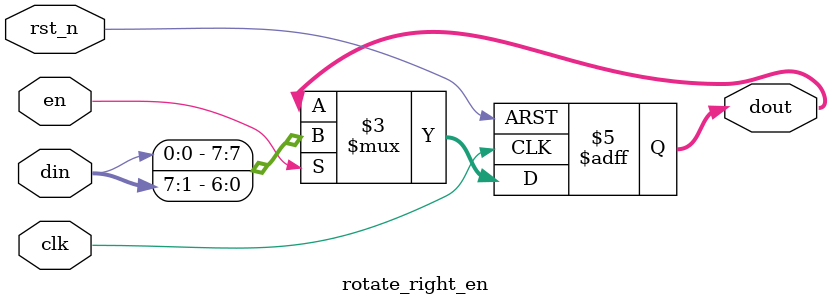
<source format=sv>
module rotate_right_en #(parameter W=8) (
    input clk, en, rst_n,
    input [W-1:0] din,
    output reg [W-1:0] dout
);
always @(posedge clk or negedge rst_n) begin
    if(!rst_n) dout <= 0;
    else if(en) dout <= {din[0], din[W-1:1]};
end
endmodule
</source>
